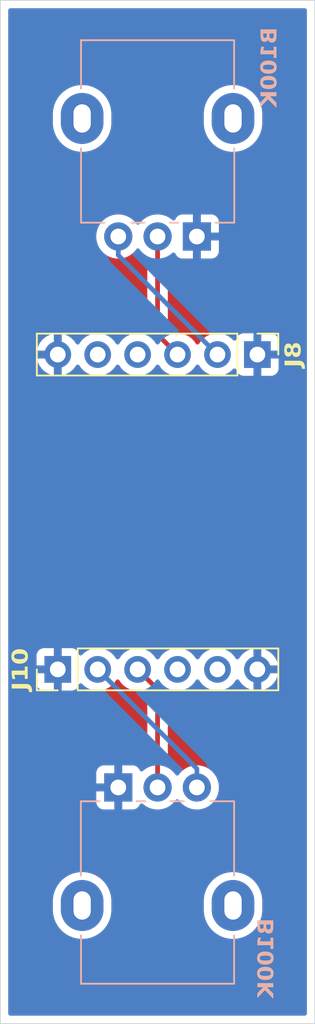
<source format=kicad_pcb>
(kicad_pcb (version 20241229) (generator "pcbnew") (generator_version "9.0")
  (layers (0 "F.Cu" signal) (2 "B.Cu" signal) (13 "F.Paste" user) (15 "B.Paste" user) (5 "F.SilkS" user "F.Silkscreen") (7 "B.SilkS" user "B.Silkscreen") (1 "F.Mask" user) (3 "B.Mask" user) (25 "Edge.Cuts" user))
  (net 0 "")
  (net 1 "GND")
  (footprint "AO_tht:PinHeader_1x06_P2.54mm_Vertical_Centered" (layer "F.Cu") (at 151.85 88.25 -90)
    (property "Reference" "J8" (at 0 -8.68 90) (layer "F.SilkS") (effects (font (size 1 1.1) (thickness 0.2) (bold yes))))
    (property "Value" "Conn_01x06")
    (fp_line (start -1.33 7.68) (end 1.33 7.68) (stroke (width 0.12)) (layer "F.SilkS"))
    (fp_line (start -1.33 -5.08) (end -1.33 7.68) (stroke (width 0.12)) (layer "F.SilkS"))
    (fp_line (start -1.33 -5.08) (end 1.33 -5.08) (stroke (width 0.12)) (layer "F.SilkS"))
    (fp_line (start 1.33 -5.08) (end 1.33 7.68) (stroke (width 0.12)) (layer "F.SilkS"))
    (fp_line (start -1.33 -6.35) (end -1.33 -7.68) (stroke (width 0.12)) (layer "F.SilkS"))
    (fp_line (start -1.33 -7.68) (end 0 -7.68) (stroke (width 0.12)) (layer "F.SilkS"))
    (pad "1" thru_hole rect (at 0 -6.35 270) (size 1.7 1.7) (drill 1) (layers "*.Cu" "*.Mask") (net 1 "GND"))
    (pad "2" thru_hole oval (at 0 -3.81 270) (size 1.7 1.7) (drill 1) (layers "*.Cu" "*.Mask"))
    (pad "3" thru_hole oval (at 0 -1.27 270) (size 1.7 1.7) (drill 1) (layers "*.Cu" "*.Mask"))
    (pad "4" thru_hole oval (at 0 1.27 270) (size 1.7 1.7) (drill 1) (layers "*.Cu" "*.Mask"))
    (pad "5" thru_hole oval (at 0 3.81 270) (size 1.7 1.7) (drill 1) (layers "*.Cu" "*.Mask"))
    (pad "6" thru_hole oval (at 0 6.35 270) (size 1.7 1.7) (drill 1) (layers "*.Cu" "*.Mask") (net 1 "GND"))
  )
  (footprint "AO_tht:PinHeader_1x06_P2.54mm_Vertical_Centered" (layer "F.Cu") (at 151.85 108.25 90)
    (property "Reference" "J10" (at 0 -8.68 90) (layer "F.SilkS") (effects (font (size 1 1.1) (thickness 0.2) (bold yes))))
    (property "Value" "Conn_01x06")
    (fp_line (start -1.33 -7.68) (end 0 -7.68) (stroke (width 0.12)) (layer "F.SilkS"))
    (fp_line (start -1.33 -6.35) (end -1.33 -7.68) (stroke (width 0.12)) (layer "F.SilkS"))
    (fp_line (start 1.33 -5.08) (end 1.33 7.68) (stroke (width 0.12)) (layer "F.SilkS"))
    (fp_line (start -1.33 -5.08) (end 1.33 -5.08) (stroke (width 0.12)) (layer "F.SilkS"))
    (fp_line (start -1.33 -5.08) (end -1.33 7.68) (stroke (width 0.12)) (layer "F.SilkS"))
    (fp_line (start -1.33 7.68) (end 1.33 7.68) (stroke (width 0.12)) (layer "F.SilkS"))
    (pad "1" thru_hole rect (at 0 -6.35 90) (size 1.7 1.7) (drill 1) (layers "*.Cu" "*.Mask") (net 1 "GND"))
    (pad "2" thru_hole oval (at 0 -3.81 90) (size 1.7 1.7) (drill 1) (layers "*.Cu" "*.Mask"))
    (pad "3" thru_hole oval (at 0 -1.27 90) (size 1.7 1.7) (drill 1) (layers "*.Cu" "*.Mask"))
    (pad "4" thru_hole oval (at 0 1.27 90) (size 1.7 1.7) (drill 1) (layers "*.Cu" "*.Mask"))
    (pad "5" thru_hole oval (at 0 3.81 90) (size 1.7 1.7) (drill 1) (layers "*.Cu" "*.Mask"))
    (pad "6" thru_hole oval (at 0 6.35 90) (size 1.7 1.7) (drill 1) (layers "*.Cu" "*.Mask") (net 1 "GND"))
  )
  (footprint "AO_tht:Potentiometer_Alpha_RD901F-40-00D_Single_Vertical" (layer "B.Cu") (at 151.85 123.25 -90)
    (property "Reference" "VR2")
    (property "Value" "B100K")
    (fp_line (start -1.9 4.88) (end -6.62 4.88) (stroke (width 0.12)) (layer "B.SilkS"))
    (fp_line (start -6.62 4.87) (end -6.62 3.69) (stroke (width 0.12)) (layer "B.SilkS"))
    (fp_line (start 4.97 4.87) (end 1.91 4.87) (stroke (width 0.12)) (layer "B.SilkS"))
    (fp_line (start 4.97 4.87) (end 4.97 -4.87) (stroke (width 0.12)) (layer "B.SilkS"))
    (fp_line (start -6.62 1.32) (end -6.62 0.79) (stroke (width 0.12)) (layer "B.SilkS"))
    (fp_line (start -6.62 -0.83) (end -6.62 -1.66) (stroke (width 0.12)) (layer "B.SilkS"))
    (fp_line (start -6.62 -3.38) (end -6.62 -4.87) (stroke (width 0.12)) (layer "B.SilkS"))
    (fp_line (start -1.9 -4.87) (end -6.62 -4.87) (stroke (width 0.12)) (layer "B.SilkS"))
    (fp_line (start 4.97 -4.87) (end 1.91 -4.87) (stroke (width 0.12)) (layer "B.SilkS"))
    (fp_text user "${VALUE}" (at 3.35 -6.95 90) (layer "B.SilkS") (effects (font (thickness 0.16) (bold yes)) (justify mirror)))
    (pad "" thru_hole oval (at 0 -4.8 180) (size 2.72 3.24) (drill oval 1.1 1.8) (layers "*.Cu" "*.Mask"))
    (pad "" thru_hole oval (at 0 4.8 180) (size 2.72 3.24) (drill oval 1.1 1.8) (layers "*.Cu" "*.Mask"))
    (pad "1" thru_hole rect (at -7.5 2.5 180) (size 1.8 1.8) (drill 1) (layers "*.Cu" "*.Mask") (net 1 "GND"))
    (pad "2" thru_hole circle (at -7.5 0 180) (size 1.8 1.8) (drill 1) (layers "*.Cu" "*.Mask"))
    (pad "3" thru_hole circle (at -7.5 -2.5) (size 1.8 1.8) (drill 1) (layers "*.Cu" "*.Mask"))
  )
  (footprint "AO_tht:Potentiometer_Alpha_RD901F-40-00D_Single_Vertical" (layer "B.Cu") (at 151.85 73.25 90)
    (property "Reference" "VR1" (hide yes))
    (property "Value" "B100K")
    (fp_line (start 4.97 -4.87) (end 1.91 -4.87) (stroke (width 0.12)) (layer "B.SilkS"))
    (fp_line (start -1.9 -4.87) (end -6.62 -4.87) (stroke (width 0.12)) (layer "B.SilkS"))
    (fp_line (start -6.62 -3.38) (end -6.62 -4.87) (stroke (width 0.12)) (layer "B.SilkS"))
    (fp_line (start -6.62 -0.83) (end -6.62 -1.66) (stroke (width 0.12)) (layer "B.SilkS"))
    (fp_line (start -6.62 1.32) (end -6.62 0.79) (stroke (width 0.12)) (layer "B.SilkS"))
    (fp_line (start 4.97 4.87) (end 4.97 -4.87) (stroke (width 0.12)) (layer "B.SilkS"))
    (fp_line (start 4.97 4.87) (end 1.91 4.87) (stroke (width 0.12)) (layer "B.SilkS"))
    (fp_line (start -6.62 4.87) (end -6.62 3.69) (stroke (width 0.12)) (layer "B.SilkS"))
    (fp_line (start -1.9 4.88) (end -6.62 4.88) (stroke (width 0.12)) (layer "B.SilkS"))
    (fp_text user "${VALUE}" (at 3.25 7.15 90) (layer "B.SilkS") (effects (font (thickness 0.16) (bold yes)) (justify mirror)))
    (pad "" thru_hole oval (at 0 -4.8) (size 2.72 3.24) (drill oval 1.1 1.8) (layers "*.Cu" "*.Mask"))
    (pad "" thru_hole oval (at 0 4.8) (size 2.72 3.24) (drill oval 1.1 1.8) (layers "*.Cu" "*.Mask"))
    (pad "1" thru_hole rect (at -7.5 2.5) (size 1.8 1.8) (drill 1) (layers "*.Cu" "*.Mask") (net 1 "GND"))
    (pad "2" thru_hole circle (at -7.5 0) (size 1.8 1.8) (drill 1) (layers "*.Cu" "*.Mask"))
    (pad "3" thru_hole circle (at -7.5 -2.5) (size 1.8 1.8) (drill 1) (layers "*.Cu" "*.Mask"))
  )
  (gr_rect (start 141.85 65.75) (end 161.85 130.75) (stroke (width 0.05)) (fill no) (layer "Edge.Cuts"))
  (segment (start 150.58 108.25) (end 151.85 109.52) (width 0.3) (layer "F.Cu") (net 0))
  (segment (start 151.85 86.98) (end 153.12 88.25) (width 0.3) (layer "F.Cu") (net 0))
  (segment (start 151.85 80.75) (end 151.85 86.98) (width 0.3) (layer "F.Cu") (net 0))
  (segment (start 151.85 109.52) (end 151.85 115.75) (width 0.3) (layer "F.Cu") (net 0))
  (segment (start 154.35 114.56) (end 148.04 108.25) (width 0.3) (layer "B.Cu") (net 0))
  (segment (start 149.35 81.94) (end 149.35 80.75) (width 0.3) (layer "B.Cu") (net 0))
  (segment (start 154.35 115.75) (end 154.35 114.56) (width 0.3) (layer "B.Cu") (net 0))
  (segment (start 155.66 88.25) (end 149.35 81.94) (width 0.3) (layer "B.Cu") (net 0))
  (zone (net 1) (net_name "GND") (layers "F.Cu" "B.Cu") (priority 2) (connect_pads (clearance 0.5)) (min_thickness 0.25) (fill yes (thermal_gap 0.5) (thermal_bridge_width 0.5))
    (polygon (pts (xy 141.85 65.75) (xy 161.85 65.75) (xy 161.85 130.75) (xy 141.85 130.75)))
  )
)
</source>
